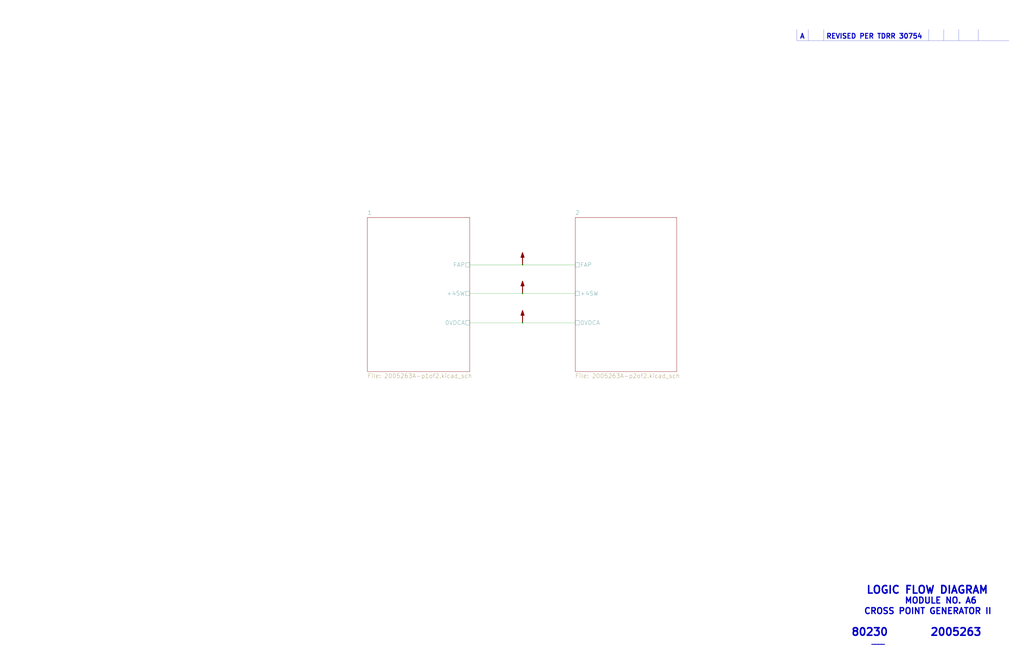
<source format=kicad_sch>
(kicad_sch (version 20211123) (generator eeschema)
  (paper "D")
  (lib_symbols
    (symbol "AGC_DSKY:PWR_FLAG" (power) (pin_numbers hide) (pin_names (offset 0) hide)
      (symbol "PWR_FLAG_0_0"
        (pin power_out line (at 0 0 90) (length 0) (name "pwr") (number "1"))
      )
      (symbol "PWR_FLAG_0_1"
        (polyline (pts (xy 0 0) (xy 0 10.16)) (stroke (width 0.762)))
        (polyline (pts (xy 0 10.16) (xy -1.27 6.35) (xy 1.27 6.35) (xy 0 10.16)) (stroke (width 0.762)) (fill (type outline)))
      )
    )
  )
  (junction (at 440.69 272.415))
  (junction (at 440.69 247.65))
  (junction (at 440.69 223.52))
  (wire (pts (xy 396.24 272.415) (xy 440.69 272.415)))
  (wire (pts (xy 485.14 247.65) (xy 440.69 247.65)))
  (polyline (pts (xy 795.8074 24.9936) (xy 795.8074 34.29)) (stroke (width 0.1524) (type solid)))
  (polyline (pts (xy 808.5074 24.9936) (xy 808.5074 34.29)) (stroke (width 0.1524) (type solid)))
  (polyline (pts (xy 672.1094 24.9936) (xy 672.1094 34.29)) (stroke (width 0.1524) (type solid)))
  (polyline (pts (xy 694.69 24.9936) (xy 694.69 34.29)) (stroke (width 0.1524) (type solid)))
  (wire (pts (xy 485.14 223.52) (xy 440.69 223.52)))
  (polyline (pts (xy 672.1094 34.29) (xy 850.9 34.29)) (stroke (width 0.1524) (type solid)))
  (polyline (pts (xy 681.7106 24.9936) (xy 681.7106 34.29)) (stroke (width 0.1524) (type solid)))
  (polyline (pts (xy 824.992 24.9936) (xy 824.992 34.29)) (stroke (width 0.1524) (type solid)))
  (wire (pts (xy 396.24 223.52) (xy 440.69 223.52)))
  (wire (pts (xy 485.14 272.415) (xy 440.69 272.415)))
  (wire (pts (xy 440.69 247.65) (xy 396.24 247.65)))
  (polyline (pts (xy 783.1074 24.9936) (xy 783.1074 34.29)) (stroke (width 0.1524) (type solid)))
  (text "REVISED PER TDRR 30754" (at 696.595 33.02 0) (effects (font (size 4.064 4.064) (thickness 0.8128) bold) (justify left bottom)))
  (text "MODULE NO. A6" (at 762.635 509.905 0) (effects (font (size 5.08 5.08) (thickness 1.016) bold) (justify left bottom)))
  (text "LOGIC FLOW DIAGRAM" (at 730.25 501.65 0) (effects (font (size 6.35 6.35) (thickness 1.27) bold) (justify left bottom)))
  (text "____" (at 734.695 544.195 0) (effects (font (size 3.556 3.556) (thickness 0.7112) bold) (justify left bottom)))
  (text "2005263" (at 784.225 537.21 0) (effects (font (size 6.35 6.35) (thickness 1.27) bold) (justify left bottom)))
  (text "A" (at 674.37 33.02 0) (effects (font (size 4.064 4.064) (thickness 0.8128) bold) (justify left bottom)))
  (text "80230" (at 717.55 537.21 0) (effects (font (size 6.35 6.35) (thickness 1.27) bold) (justify left bottom)))
  (text "CROSS POINT GENERATOR II" (at 728.345 518.795 0) (effects (font (size 5.08 5.08) (thickness 1.016) bold) (justify left bottom)))
  (symbol (lib_id "AGC_DSKY:PWR_FLAG") (at 440.69 223.52 0) (unit 1)
    (property "Reference" "#FLG01" (effects hide))
    (property "Value" "PWR_FLAG" (effects hide))
  )
  (symbol (lib_id "AGC_DSKY:PWR_FLAG") (at 440.69 247.65 0) (unit 1)
    (property "Reference" "#FLG02" (effects hide))
    (property "Value" "PWR_FLAG" (effects hide))
  )
  (symbol (lib_id "AGC_DSKY:PWR_FLAG") (at 440.69 272.415 0) (unit 1)
    (property "Reference" "#FLG03" (effects hide))
    (property "Value" "PWR_FLAG" (effects hide))
  )
  (sheet (at 309.88 183.515) (size 86.36 130.175)
    (property "Sheet name" "1" (at 309.88 181.6604 0) (effects (font (size 3.556 3.556)) (justify left bottom)))
    (property "Sheet file" "2005263A-p1of2.kicad_sch" (at 309.88 315.189 0) (effects (font (size 3.556 3.556)) (justify left top)))
    (pin "FAP" passive (at 396.24 223.52 0) (effects (font (size 3.556 3.556))))
    (pin "0VDCA" passive (at 396.24 272.415 0) (effects (font (size 3.556 3.556))))
    (pin "+4SW" passive (at 396.24 247.65 0) (effects (font (size 3.556 3.556))))
  )
  (sheet (at 485.14 183.515) (size 85.725 130.175)
    (property "Sheet name" "2" (at 485.14 181.6604 0) (effects (font (size 3.556 3.556)) (justify left bottom)))
    (property "Sheet file" "2005263A-p2of2.kicad_sch" (at 485.14 315.189 0) (effects (font (size 3.556 3.556)) (justify left top)))
    (pin "0VDCA" passive (at 485.14 272.415 180) (effects (font (size 3.556 3.556))))
    (pin "+4SW" passive (at 485.14 247.65 180) (effects (font (size 3.556 3.556))))
    (pin "FAP" passive (at 485.14 223.52 180) (effects (font (size 3.556 3.556))))
  )
)
</source>
